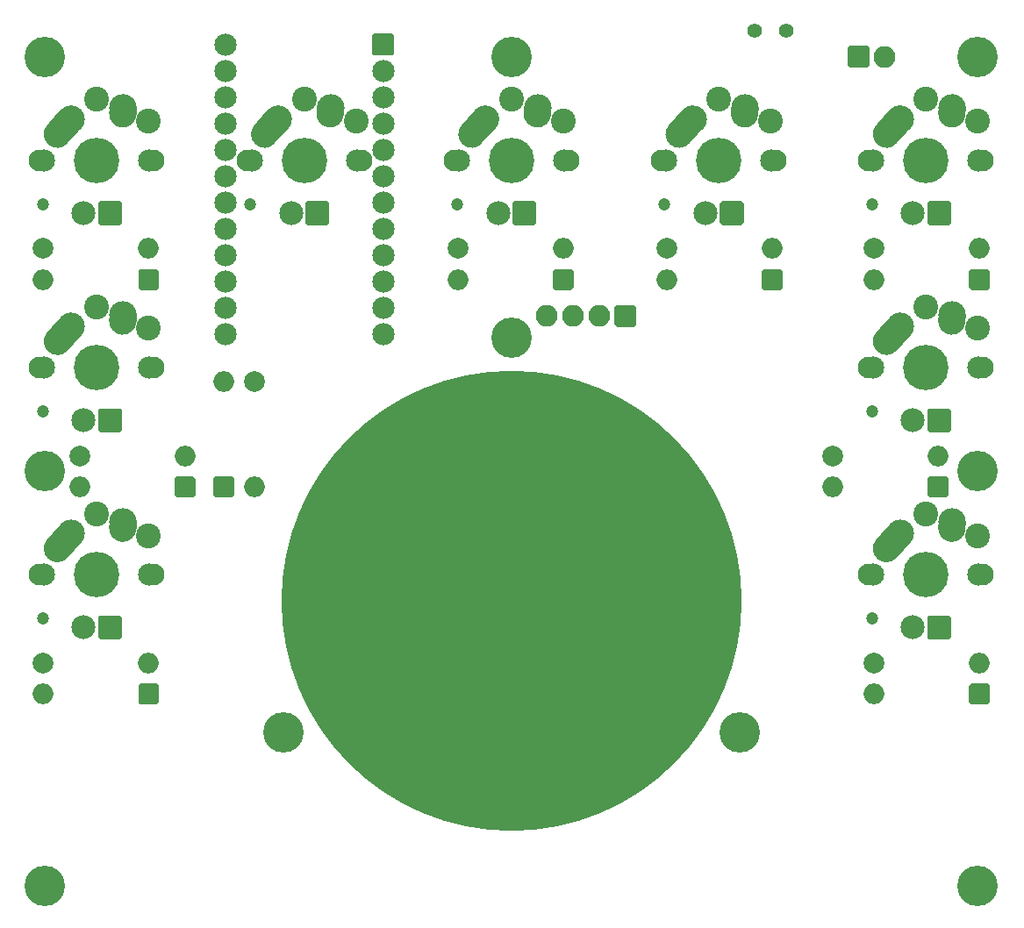
<source format=gbr>
G04 #@! TF.GenerationSoftware,KiCad,Pcbnew,(5.1.9)-1*
G04 #@! TF.CreationDate,2021-02-07T16:45:39-06:00*
G04 #@! TF.ProjectId,4x4_CNC_encoder_PCB,3478345f-434e-4435-9f65-6e636f646572,rev?*
G04 #@! TF.SameCoordinates,Original*
G04 #@! TF.FileFunction,Soldermask,Top*
G04 #@! TF.FilePolarity,Negative*
%FSLAX46Y46*%
G04 Gerber Fmt 4.6, Leading zero omitted, Abs format (unit mm)*
G04 Created by KiCad (PCBNEW (5.1.9)-1) date 2021-02-07 16:45:39*
%MOMM*%
%LPD*%
G01*
G04 APERTURE LIST*
%ADD10O,2.100000X2.100000*%
%ADD11O,2.000000X2.000000*%
%ADD12C,2.000000*%
%ADD13C,2.305000*%
%ADD14C,1.200000*%
%ADD15C,2.100000*%
%ADD16C,2.400000*%
%ADD17C,2.150000*%
%ADD18C,2.650000*%
%ADD19C,4.387800*%
%ADD20C,1.400000*%
%ADD21C,3.900000*%
%ADD22C,2.152600*%
%ADD23C,44.400000*%
G04 APERTURE END LIST*
D10*
X136040000Y-65000000D03*
G36*
G01*
X134350000Y-66050000D02*
X132650000Y-66050000D01*
G75*
G02*
X132450000Y-65850000I0J200000D01*
G01*
X132450000Y-64150000D01*
G75*
G02*
X132650000Y-63950000I200000J0D01*
G01*
X134350000Y-63950000D01*
G75*
G02*
X134550000Y-64150000I0J-200000D01*
G01*
X134550000Y-65850000D01*
G75*
G02*
X134350000Y-66050000I-200000J0D01*
G01*
G37*
D11*
X145160000Y-123500000D03*
D12*
X135000000Y-123500000D03*
D11*
X141160000Y-103500000D03*
D12*
X131000000Y-103500000D03*
D11*
X145160000Y-83500000D03*
D12*
X135000000Y-83500000D03*
D11*
X125160000Y-83500000D03*
D12*
X115000000Y-83500000D03*
D11*
X105000000Y-83500000D03*
D12*
X94840000Y-83500000D03*
D11*
X75250000Y-106500000D03*
D12*
X75250000Y-96340000D03*
D11*
X65000000Y-83500000D03*
D12*
X54840000Y-83500000D03*
D11*
X68500000Y-103500000D03*
D12*
X58340000Y-103500000D03*
D11*
X65000000Y-123500000D03*
D12*
X54840000Y-123500000D03*
D11*
X135000000Y-126500000D03*
G36*
G01*
X146160000Y-125700000D02*
X146160000Y-127300000D01*
G75*
G02*
X145960000Y-127500000I-200000J0D01*
G01*
X144360000Y-127500000D01*
G75*
G02*
X144160000Y-127300000I0J200000D01*
G01*
X144160000Y-125700000D01*
G75*
G02*
X144360000Y-125500000I200000J0D01*
G01*
X145960000Y-125500000D01*
G75*
G02*
X146160000Y-125700000I0J-200000D01*
G01*
G37*
X131000000Y-106500000D03*
G36*
G01*
X142160000Y-105700000D02*
X142160000Y-107300000D01*
G75*
G02*
X141960000Y-107500000I-200000J0D01*
G01*
X140360000Y-107500000D01*
G75*
G02*
X140160000Y-107300000I0J200000D01*
G01*
X140160000Y-105700000D01*
G75*
G02*
X140360000Y-105500000I200000J0D01*
G01*
X141960000Y-105500000D01*
G75*
G02*
X142160000Y-105700000I0J-200000D01*
G01*
G37*
X135000000Y-86500000D03*
G36*
G01*
X146160000Y-85700000D02*
X146160000Y-87300000D01*
G75*
G02*
X145960000Y-87500000I-200000J0D01*
G01*
X144360000Y-87500000D01*
G75*
G02*
X144160000Y-87300000I0J200000D01*
G01*
X144160000Y-85700000D01*
G75*
G02*
X144360000Y-85500000I200000J0D01*
G01*
X145960000Y-85500000D01*
G75*
G02*
X146160000Y-85700000I0J-200000D01*
G01*
G37*
X115000000Y-86500000D03*
G36*
G01*
X126160000Y-85700000D02*
X126160000Y-87300000D01*
G75*
G02*
X125960000Y-87500000I-200000J0D01*
G01*
X124360000Y-87500000D01*
G75*
G02*
X124160000Y-87300000I0J200000D01*
G01*
X124160000Y-85700000D01*
G75*
G02*
X124360000Y-85500000I200000J0D01*
G01*
X125960000Y-85500000D01*
G75*
G02*
X126160000Y-85700000I0J-200000D01*
G01*
G37*
X94840000Y-86500000D03*
G36*
G01*
X106000000Y-85700000D02*
X106000000Y-87300000D01*
G75*
G02*
X105800000Y-87500000I-200000J0D01*
G01*
X104200000Y-87500000D01*
G75*
G02*
X104000000Y-87300000I0J200000D01*
G01*
X104000000Y-85700000D01*
G75*
G02*
X104200000Y-85500000I200000J0D01*
G01*
X105800000Y-85500000D01*
G75*
G02*
X106000000Y-85700000I0J-200000D01*
G01*
G37*
X72250000Y-96340000D03*
G36*
G01*
X73050000Y-107500000D02*
X71450000Y-107500000D01*
G75*
G02*
X71250000Y-107300000I0J200000D01*
G01*
X71250000Y-105700000D01*
G75*
G02*
X71450000Y-105500000I200000J0D01*
G01*
X73050000Y-105500000D01*
G75*
G02*
X73250000Y-105700000I0J-200000D01*
G01*
X73250000Y-107300000D01*
G75*
G02*
X73050000Y-107500000I-200000J0D01*
G01*
G37*
X54840000Y-86500000D03*
G36*
G01*
X66000000Y-85700000D02*
X66000000Y-87300000D01*
G75*
G02*
X65800000Y-87500000I-200000J0D01*
G01*
X64200000Y-87500000D01*
G75*
G02*
X64000000Y-87300000I0J200000D01*
G01*
X64000000Y-85700000D01*
G75*
G02*
X64200000Y-85500000I200000J0D01*
G01*
X65800000Y-85500000D01*
G75*
G02*
X66000000Y-85700000I0J-200000D01*
G01*
G37*
X58340000Y-106500000D03*
G36*
G01*
X69500000Y-105700000D02*
X69500000Y-107300000D01*
G75*
G02*
X69300000Y-107500000I-200000J0D01*
G01*
X67700000Y-107500000D01*
G75*
G02*
X67500000Y-107300000I0J200000D01*
G01*
X67500000Y-105700000D01*
G75*
G02*
X67700000Y-105500000I200000J0D01*
G01*
X69300000Y-105500000D01*
G75*
G02*
X69500000Y-105700000I0J-200000D01*
G01*
G37*
X54840000Y-126500000D03*
G36*
G01*
X66000000Y-125700000D02*
X66000000Y-127300000D01*
G75*
G02*
X65800000Y-127500000I-200000J0D01*
G01*
X64200000Y-127500000D01*
G75*
G02*
X64000000Y-127300000I0J200000D01*
G01*
X64000000Y-125700000D01*
G75*
G02*
X64200000Y-125500000I200000J0D01*
G01*
X65800000Y-125500000D01*
G75*
G02*
X66000000Y-125700000I0J-200000D01*
G01*
G37*
G36*
G01*
X140117500Y-121032500D02*
X140117500Y-119127500D01*
G75*
G02*
X140317500Y-118927500I200000J0D01*
G01*
X142222500Y-118927500D01*
G75*
G02*
X142422500Y-119127500I0J-200000D01*
G01*
X142422500Y-121032500D01*
G75*
G02*
X142222500Y-121232500I-200000J0D01*
G01*
X140317500Y-121232500D01*
G75*
G02*
X140117500Y-121032500I0J200000D01*
G01*
G37*
D13*
X138730000Y-120080000D03*
D14*
X134780000Y-119200000D03*
D15*
X145500000Y-115000000D03*
X134500000Y-115000000D03*
D16*
X140000000Y-109100000D03*
X145000000Y-111200000D03*
D17*
X145080000Y-115000000D03*
X134920000Y-115000000D03*
D18*
X137500000Y-111000000D03*
D19*
X140000000Y-115000000D03*
G36*
G01*
X135305122Y-113446213D02*
X135305122Y-113446213D01*
G75*
G02*
X135203787Y-111575122I884878J986213D01*
G01*
X136513777Y-110115114D01*
G75*
G02*
X138384868Y-110013779I986213J-884878D01*
G01*
X138384868Y-110013779D01*
G75*
G02*
X138486203Y-111884870I-884878J-986213D01*
G01*
X137176213Y-113344878D01*
G75*
G02*
X135305122Y-113446213I-986213J884878D01*
G01*
G37*
D18*
X142540000Y-109920000D03*
G36*
G01*
X142409880Y-111821932D02*
X142409880Y-111821932D01*
G75*
G02*
X141178068Y-110409880I90120J1321932D01*
G01*
X141217610Y-109829848D01*
G75*
G02*
X142629662Y-108598036I1321932J-90120D01*
G01*
X142629662Y-108598036D01*
G75*
G02*
X143861474Y-110010088I-90120J-1321932D01*
G01*
X143821932Y-110590120D01*
G75*
G02*
X142409880Y-111821932I-1321932J90120D01*
G01*
G37*
G36*
G01*
X140117500Y-101032500D02*
X140117500Y-99127500D01*
G75*
G02*
X140317500Y-98927500I200000J0D01*
G01*
X142222500Y-98927500D01*
G75*
G02*
X142422500Y-99127500I0J-200000D01*
G01*
X142422500Y-101032500D01*
G75*
G02*
X142222500Y-101232500I-200000J0D01*
G01*
X140317500Y-101232500D01*
G75*
G02*
X140117500Y-101032500I0J200000D01*
G01*
G37*
D13*
X138730000Y-100080000D03*
D14*
X134780000Y-99200000D03*
D15*
X145500000Y-95000000D03*
X134500000Y-95000000D03*
D16*
X140000000Y-89100000D03*
X145000000Y-91200000D03*
D17*
X145080000Y-95000000D03*
X134920000Y-95000000D03*
D18*
X137500000Y-91000000D03*
D19*
X140000000Y-95000000D03*
G36*
G01*
X135305122Y-93446213D02*
X135305122Y-93446213D01*
G75*
G02*
X135203787Y-91575122I884878J986213D01*
G01*
X136513777Y-90115114D01*
G75*
G02*
X138384868Y-90013779I986213J-884878D01*
G01*
X138384868Y-90013779D01*
G75*
G02*
X138486203Y-91884870I-884878J-986213D01*
G01*
X137176213Y-93344878D01*
G75*
G02*
X135305122Y-93446213I-986213J884878D01*
G01*
G37*
D18*
X142540000Y-89920000D03*
G36*
G01*
X142409880Y-91821932D02*
X142409880Y-91821932D01*
G75*
G02*
X141178068Y-90409880I90120J1321932D01*
G01*
X141217610Y-89829848D01*
G75*
G02*
X142629662Y-88598036I1321932J-90120D01*
G01*
X142629662Y-88598036D01*
G75*
G02*
X143861474Y-90010088I-90120J-1321932D01*
G01*
X143821932Y-90590120D01*
G75*
G02*
X142409880Y-91821932I-1321932J90120D01*
G01*
G37*
G36*
G01*
X140117500Y-81032500D02*
X140117500Y-79127500D01*
G75*
G02*
X140317500Y-78927500I200000J0D01*
G01*
X142222500Y-78927500D01*
G75*
G02*
X142422500Y-79127500I0J-200000D01*
G01*
X142422500Y-81032500D01*
G75*
G02*
X142222500Y-81232500I-200000J0D01*
G01*
X140317500Y-81232500D01*
G75*
G02*
X140117500Y-81032500I0J200000D01*
G01*
G37*
D13*
X138730000Y-80080000D03*
D14*
X134780000Y-79200000D03*
D15*
X145500000Y-75000000D03*
X134500000Y-75000000D03*
D16*
X140000000Y-69100000D03*
X145000000Y-71200000D03*
D17*
X145080000Y-75000000D03*
X134920000Y-75000000D03*
D18*
X137500000Y-71000000D03*
D19*
X140000000Y-75000000D03*
G36*
G01*
X135305122Y-73446213D02*
X135305122Y-73446213D01*
G75*
G02*
X135203787Y-71575122I884878J986213D01*
G01*
X136513777Y-70115114D01*
G75*
G02*
X138384868Y-70013779I986213J-884878D01*
G01*
X138384868Y-70013779D01*
G75*
G02*
X138486203Y-71884870I-884878J-986213D01*
G01*
X137176213Y-73344878D01*
G75*
G02*
X135305122Y-73446213I-986213J884878D01*
G01*
G37*
D18*
X142540000Y-69920000D03*
G36*
G01*
X142409880Y-71821932D02*
X142409880Y-71821932D01*
G75*
G02*
X141178068Y-70409880I90120J1321932D01*
G01*
X141217610Y-69829848D01*
G75*
G02*
X142629662Y-68598036I1321932J-90120D01*
G01*
X142629662Y-68598036D01*
G75*
G02*
X143861474Y-70010088I-90120J-1321932D01*
G01*
X143821932Y-70590120D01*
G75*
G02*
X142409880Y-71821932I-1321932J90120D01*
G01*
G37*
G36*
G01*
X120117500Y-81032500D02*
X120117500Y-79127500D01*
G75*
G02*
X120317500Y-78927500I200000J0D01*
G01*
X122222500Y-78927500D01*
G75*
G02*
X122422500Y-79127500I0J-200000D01*
G01*
X122422500Y-81032500D01*
G75*
G02*
X122222500Y-81232500I-200000J0D01*
G01*
X120317500Y-81232500D01*
G75*
G02*
X120117500Y-81032500I0J200000D01*
G01*
G37*
D13*
X118730000Y-80080000D03*
D14*
X114780000Y-79200000D03*
D15*
X125500000Y-75000000D03*
X114500000Y-75000000D03*
D16*
X120000000Y-69100000D03*
X125000000Y-71200000D03*
D17*
X125080000Y-75000000D03*
X114920000Y-75000000D03*
D18*
X117500000Y-71000000D03*
D19*
X120000000Y-75000000D03*
G36*
G01*
X115305122Y-73446213D02*
X115305122Y-73446213D01*
G75*
G02*
X115203787Y-71575122I884878J986213D01*
G01*
X116513777Y-70115114D01*
G75*
G02*
X118384868Y-70013779I986213J-884878D01*
G01*
X118384868Y-70013779D01*
G75*
G02*
X118486203Y-71884870I-884878J-986213D01*
G01*
X117176213Y-73344878D01*
G75*
G02*
X115305122Y-73446213I-986213J884878D01*
G01*
G37*
D18*
X122540000Y-69920000D03*
G36*
G01*
X122409880Y-71821932D02*
X122409880Y-71821932D01*
G75*
G02*
X121178068Y-70409880I90120J1321932D01*
G01*
X121217610Y-69829848D01*
G75*
G02*
X122629662Y-68598036I1321932J-90120D01*
G01*
X122629662Y-68598036D01*
G75*
G02*
X123861474Y-70010088I-90120J-1321932D01*
G01*
X123821932Y-70590120D01*
G75*
G02*
X122409880Y-71821932I-1321932J90120D01*
G01*
G37*
G36*
G01*
X100117500Y-81032500D02*
X100117500Y-79127500D01*
G75*
G02*
X100317500Y-78927500I200000J0D01*
G01*
X102222500Y-78927500D01*
G75*
G02*
X102422500Y-79127500I0J-200000D01*
G01*
X102422500Y-81032500D01*
G75*
G02*
X102222500Y-81232500I-200000J0D01*
G01*
X100317500Y-81232500D01*
G75*
G02*
X100117500Y-81032500I0J200000D01*
G01*
G37*
D13*
X98730000Y-80080000D03*
D14*
X94780000Y-79200000D03*
D15*
X105500000Y-75000000D03*
X94500000Y-75000000D03*
D16*
X100000000Y-69100000D03*
X105000000Y-71200000D03*
D17*
X105080000Y-75000000D03*
X94920000Y-75000000D03*
D18*
X97500000Y-71000000D03*
D19*
X100000000Y-75000000D03*
G36*
G01*
X95305122Y-73446213D02*
X95305122Y-73446213D01*
G75*
G02*
X95203787Y-71575122I884878J986213D01*
G01*
X96513777Y-70115114D01*
G75*
G02*
X98384868Y-70013779I986213J-884878D01*
G01*
X98384868Y-70013779D01*
G75*
G02*
X98486203Y-71884870I-884878J-986213D01*
G01*
X97176213Y-73344878D01*
G75*
G02*
X95305122Y-73446213I-986213J884878D01*
G01*
G37*
D18*
X102540000Y-69920000D03*
G36*
G01*
X102409880Y-71821932D02*
X102409880Y-71821932D01*
G75*
G02*
X101178068Y-70409880I90120J1321932D01*
G01*
X101217610Y-69829848D01*
G75*
G02*
X102629662Y-68598036I1321932J-90120D01*
G01*
X102629662Y-68598036D01*
G75*
G02*
X103861474Y-70010088I-90120J-1321932D01*
G01*
X103821932Y-70590120D01*
G75*
G02*
X102409880Y-71821932I-1321932J90120D01*
G01*
G37*
G36*
G01*
X80117500Y-81032500D02*
X80117500Y-79127500D01*
G75*
G02*
X80317500Y-78927500I200000J0D01*
G01*
X82222500Y-78927500D01*
G75*
G02*
X82422500Y-79127500I0J-200000D01*
G01*
X82422500Y-81032500D01*
G75*
G02*
X82222500Y-81232500I-200000J0D01*
G01*
X80317500Y-81232500D01*
G75*
G02*
X80117500Y-81032500I0J200000D01*
G01*
G37*
D13*
X78730000Y-80080000D03*
D14*
X74780000Y-79200000D03*
D15*
X85500000Y-75000000D03*
X74500000Y-75000000D03*
D16*
X80000000Y-69100000D03*
X85000000Y-71200000D03*
D17*
X85080000Y-75000000D03*
X74920000Y-75000000D03*
D18*
X77500000Y-71000000D03*
D19*
X80000000Y-75000000D03*
G36*
G01*
X75305122Y-73446213D02*
X75305122Y-73446213D01*
G75*
G02*
X75203787Y-71575122I884878J986213D01*
G01*
X76513777Y-70115114D01*
G75*
G02*
X78384868Y-70013779I986213J-884878D01*
G01*
X78384868Y-70013779D01*
G75*
G02*
X78486203Y-71884870I-884878J-986213D01*
G01*
X77176213Y-73344878D01*
G75*
G02*
X75305122Y-73446213I-986213J884878D01*
G01*
G37*
D18*
X82540000Y-69920000D03*
G36*
G01*
X82409880Y-71821932D02*
X82409880Y-71821932D01*
G75*
G02*
X81178068Y-70409880I90120J1321932D01*
G01*
X81217610Y-69829848D01*
G75*
G02*
X82629662Y-68598036I1321932J-90120D01*
G01*
X82629662Y-68598036D01*
G75*
G02*
X83861474Y-70010088I-90120J-1321932D01*
G01*
X83821932Y-70590120D01*
G75*
G02*
X82409880Y-71821932I-1321932J90120D01*
G01*
G37*
G36*
G01*
X60117500Y-81032500D02*
X60117500Y-79127500D01*
G75*
G02*
X60317500Y-78927500I200000J0D01*
G01*
X62222500Y-78927500D01*
G75*
G02*
X62422500Y-79127500I0J-200000D01*
G01*
X62422500Y-81032500D01*
G75*
G02*
X62222500Y-81232500I-200000J0D01*
G01*
X60317500Y-81232500D01*
G75*
G02*
X60117500Y-81032500I0J200000D01*
G01*
G37*
D13*
X58730000Y-80080000D03*
D14*
X54780000Y-79200000D03*
D15*
X65500000Y-75000000D03*
X54500000Y-75000000D03*
D16*
X60000000Y-69100000D03*
X65000000Y-71200000D03*
D17*
X65080000Y-75000000D03*
X54920000Y-75000000D03*
D18*
X57500000Y-71000000D03*
D19*
X60000000Y-75000000D03*
G36*
G01*
X55305122Y-73446213D02*
X55305122Y-73446213D01*
G75*
G02*
X55203787Y-71575122I884878J986213D01*
G01*
X56513777Y-70115114D01*
G75*
G02*
X58384868Y-70013779I986213J-884878D01*
G01*
X58384868Y-70013779D01*
G75*
G02*
X58486203Y-71884870I-884878J-986213D01*
G01*
X57176213Y-73344878D01*
G75*
G02*
X55305122Y-73446213I-986213J884878D01*
G01*
G37*
D18*
X62540000Y-69920000D03*
G36*
G01*
X62409880Y-71821932D02*
X62409880Y-71821932D01*
G75*
G02*
X61178068Y-70409880I90120J1321932D01*
G01*
X61217610Y-69829848D01*
G75*
G02*
X62629662Y-68598036I1321932J-90120D01*
G01*
X62629662Y-68598036D01*
G75*
G02*
X63861474Y-70010088I-90120J-1321932D01*
G01*
X63821932Y-70590120D01*
G75*
G02*
X62409880Y-71821932I-1321932J90120D01*
G01*
G37*
G36*
G01*
X60117500Y-101032500D02*
X60117500Y-99127500D01*
G75*
G02*
X60317500Y-98927500I200000J0D01*
G01*
X62222500Y-98927500D01*
G75*
G02*
X62422500Y-99127500I0J-200000D01*
G01*
X62422500Y-101032500D01*
G75*
G02*
X62222500Y-101232500I-200000J0D01*
G01*
X60317500Y-101232500D01*
G75*
G02*
X60117500Y-101032500I0J200000D01*
G01*
G37*
D13*
X58730000Y-100080000D03*
D14*
X54780000Y-99200000D03*
D15*
X65500000Y-95000000D03*
X54500000Y-95000000D03*
D16*
X60000000Y-89100000D03*
X65000000Y-91200000D03*
D17*
X65080000Y-95000000D03*
X54920000Y-95000000D03*
D18*
X57500000Y-91000000D03*
D19*
X60000000Y-95000000D03*
G36*
G01*
X55305122Y-93446213D02*
X55305122Y-93446213D01*
G75*
G02*
X55203787Y-91575122I884878J986213D01*
G01*
X56513777Y-90115114D01*
G75*
G02*
X58384868Y-90013779I986213J-884878D01*
G01*
X58384868Y-90013779D01*
G75*
G02*
X58486203Y-91884870I-884878J-986213D01*
G01*
X57176213Y-93344878D01*
G75*
G02*
X55305122Y-93446213I-986213J884878D01*
G01*
G37*
D18*
X62540000Y-89920000D03*
G36*
G01*
X62409880Y-91821932D02*
X62409880Y-91821932D01*
G75*
G02*
X61178068Y-90409880I90120J1321932D01*
G01*
X61217610Y-89829848D01*
G75*
G02*
X62629662Y-88598036I1321932J-90120D01*
G01*
X62629662Y-88598036D01*
G75*
G02*
X63861474Y-90010088I-90120J-1321932D01*
G01*
X63821932Y-90590120D01*
G75*
G02*
X62409880Y-91821932I-1321932J90120D01*
G01*
G37*
G36*
G01*
X60117500Y-121032500D02*
X60117500Y-119127500D01*
G75*
G02*
X60317500Y-118927500I200000J0D01*
G01*
X62222500Y-118927500D01*
G75*
G02*
X62422500Y-119127500I0J-200000D01*
G01*
X62422500Y-121032500D01*
G75*
G02*
X62222500Y-121232500I-200000J0D01*
G01*
X60317500Y-121232500D01*
G75*
G02*
X60117500Y-121032500I0J200000D01*
G01*
G37*
D13*
X58730000Y-120080000D03*
D14*
X54780000Y-119200000D03*
D15*
X65500000Y-115000000D03*
X54500000Y-115000000D03*
D16*
X60000000Y-109100000D03*
X65000000Y-111200000D03*
D17*
X65080000Y-115000000D03*
X54920000Y-115000000D03*
D18*
X57500000Y-111000000D03*
D19*
X60000000Y-115000000D03*
G36*
G01*
X55305122Y-113446213D02*
X55305122Y-113446213D01*
G75*
G02*
X55203787Y-111575122I884878J986213D01*
G01*
X56513777Y-110115114D01*
G75*
G02*
X58384868Y-110013779I986213J-884878D01*
G01*
X58384868Y-110013779D01*
G75*
G02*
X58486203Y-111884870I-884878J-986213D01*
G01*
X57176213Y-113344878D01*
G75*
G02*
X55305122Y-113446213I-986213J884878D01*
G01*
G37*
D18*
X62540000Y-109920000D03*
G36*
G01*
X62409880Y-111821932D02*
X62409880Y-111821932D01*
G75*
G02*
X61178068Y-110409880I90120J1321932D01*
G01*
X61217610Y-109829848D01*
G75*
G02*
X62629662Y-108598036I1321932J-90120D01*
G01*
X62629662Y-108598036D01*
G75*
G02*
X63861474Y-110010088I-90120J-1321932D01*
G01*
X63821932Y-110590120D01*
G75*
G02*
X62409880Y-111821932I-1321932J90120D01*
G01*
G37*
D20*
X126500000Y-62500000D03*
X123500000Y-62500000D03*
D21*
X55000000Y-105000000D03*
X145000000Y-65000000D03*
X145000000Y-145000000D03*
X55000000Y-145000000D03*
X145000000Y-105000000D03*
X55000000Y-65000000D03*
X100000000Y-65000000D03*
D22*
X72380000Y-63804000D03*
X72380000Y-66344000D03*
X72380000Y-68884000D03*
X72380000Y-71424000D03*
X72380000Y-73964000D03*
X72380000Y-76504000D03*
X72380000Y-79044000D03*
X72380000Y-81584000D03*
X72380000Y-84124000D03*
X72380000Y-86664000D03*
X72380000Y-89204000D03*
X72380000Y-91744000D03*
X87620000Y-91744000D03*
X87620000Y-89204000D03*
X87620000Y-86664000D03*
X87620000Y-84124000D03*
X87620000Y-81584000D03*
X87620000Y-79044000D03*
X87620000Y-76504000D03*
X87620000Y-73964000D03*
X87620000Y-71424000D03*
X87620000Y-68884000D03*
X87620000Y-66344000D03*
G36*
G01*
X86743700Y-62727700D02*
X88496300Y-62727700D01*
G75*
G02*
X88696300Y-62927700I0J-200000D01*
G01*
X88696300Y-64680300D01*
G75*
G02*
X88496300Y-64880300I-200000J0D01*
G01*
X86743700Y-64880300D01*
G75*
G02*
X86543700Y-64680300I0J200000D01*
G01*
X86543700Y-62927700D01*
G75*
G02*
X86743700Y-62727700I200000J0D01*
G01*
G37*
D10*
X103380000Y-90000000D03*
X105920000Y-90000000D03*
X108460000Y-90000000D03*
G36*
G01*
X110150000Y-88950000D02*
X111850000Y-88950000D01*
G75*
G02*
X112050000Y-89150000I0J-200000D01*
G01*
X112050000Y-90850000D01*
G75*
G02*
X111850000Y-91050000I-200000J0D01*
G01*
X110150000Y-91050000D01*
G75*
G02*
X109950000Y-90850000I0J200000D01*
G01*
X109950000Y-89150000D01*
G75*
G02*
X110150000Y-88950000I200000J0D01*
G01*
G37*
D23*
X100000000Y-117500000D03*
D21*
X100000000Y-92100000D03*
X121997000Y-130200000D03*
X78003000Y-130200000D03*
M02*

</source>
